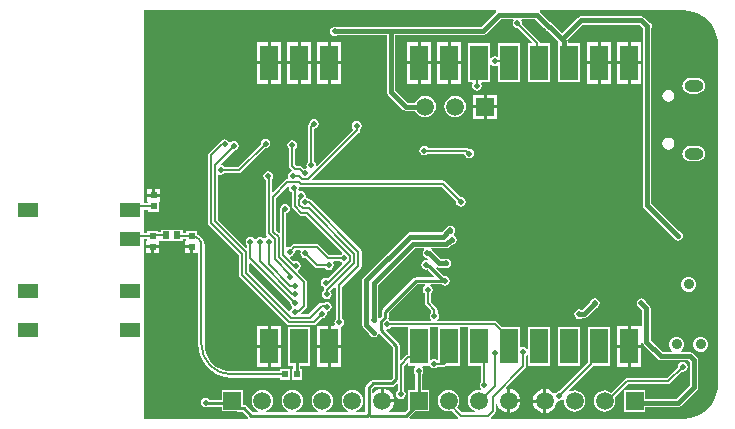
<source format=gbl>
G04*
G04 #@! TF.GenerationSoftware,Altium Limited,Altium Designer,19.0.12 (326)*
G04*
G04 Layer_Physical_Order=2*
G04 Layer_Color=16711680*
%FSAX25Y25*%
%MOIN*%
G70*
G01*
G75*
%ADD14C,0.01000*%
%ADD60C,0.00800*%
%ADD61C,0.01500*%
%ADD62R,0.05906X0.05906*%
%ADD63C,0.05906*%
%ADD64C,0.03543*%
%ADD65O,0.06299X0.03937*%
%ADD66C,0.01968*%
%ADD67R,0.01968X0.02362*%
%ADD68R,0.02441X0.02244*%
%ADD69R,0.02362X0.02520*%
%ADD70R,0.07087X0.05118*%
%ADD71R,0.05906X0.11811*%
G36*
X0507344Y0420014D02*
X0507344Y0420014D01*
X0507344Y0420014D01*
X0509065Y0419878D01*
X0510834Y0419454D01*
X0512515Y0418758D01*
X0514066Y0417807D01*
X0515449Y0416626D01*
X0516630Y0415243D01*
X0517581Y0413692D01*
X0518277Y0412011D01*
X0518701Y0410243D01*
X0518837Y0408521D01*
X0518837Y0408521D01*
X0518837D01*
X0518841Y0408517D01*
X0518841Y0295349D01*
X0518837Y0295345D01*
X0518837Y0295345D01*
X0518837Y0295345D01*
X0518701Y0293624D01*
X0518277Y0291855D01*
X0517581Y0290174D01*
X0516630Y0288623D01*
X0515449Y0287240D01*
X0514066Y0286059D01*
X0512515Y0285108D01*
X0510834Y0284412D01*
X0509065Y0283988D01*
X0507344Y0283852D01*
X0507344Y0283852D01*
Y0283852D01*
X0507340Y0283848D01*
X0443223D01*
X0443042Y0284348D01*
X0444390Y0285696D01*
X0444611Y0286027D01*
X0444689Y0286417D01*
Y0288710D01*
X0445153Y0288830D01*
X0445551Y0287869D01*
X0446185Y0287043D01*
X0447011Y0286409D01*
X0447972Y0286011D01*
X0448504Y0285941D01*
Y0289862D01*
Y0293783D01*
X0448340Y0293762D01*
X0448106Y0294235D01*
X0454528Y0300657D01*
X0454749Y0300988D01*
X0454827Y0301378D01*
Y0304913D01*
X0455114Y0305165D01*
X0455601Y0304995D01*
Y0301467D01*
X0462707D01*
Y0314478D01*
X0455601D01*
Y0307268D01*
X0455101Y0307116D01*
X0454949Y0307343D01*
X0454425Y0307693D01*
X0453807Y0307816D01*
X0453206Y0307697D01*
X0453117Y0307686D01*
X0452706Y0307955D01*
Y0314478D01*
X0446873D01*
X0445276Y0316075D01*
X0444945Y0316296D01*
X0444555Y0316374D01*
X0425432D01*
X0425281Y0316874D01*
X0425422Y0316968D01*
X0425772Y0317492D01*
X0425895Y0318110D01*
X0425772Y0318728D01*
X0425422Y0319252D01*
X0425299Y0319334D01*
Y0320079D01*
X0425221Y0320469D01*
X0425000Y0320800D01*
X0423035Y0322765D01*
Y0325646D01*
X0423158Y0325728D01*
X0423508Y0326252D01*
X0423631Y0326870D01*
X0423508Y0327488D01*
X0423158Y0328012D01*
X0422875Y0328201D01*
X0423027Y0328701D01*
X0426568D01*
X0426582Y0328681D01*
X0427106Y0328330D01*
X0427724Y0328207D01*
X0428342Y0328330D01*
X0428867Y0328681D01*
X0429217Y0329205D01*
X0429340Y0329823D01*
X0429217Y0330441D01*
X0428867Y0330965D01*
X0428342Y0331315D01*
X0427724Y0331438D01*
X0427454Y0331384D01*
X0424783Y0334055D01*
X0425102Y0334443D01*
X0425229Y0334358D01*
X0425756Y0334254D01*
X0427425D01*
X0427598Y0334138D01*
X0428217Y0334015D01*
X0428835Y0334138D01*
X0429359Y0334488D01*
X0429709Y0335012D01*
X0429832Y0335630D01*
X0429709Y0336248D01*
X0429359Y0336772D01*
X0428835Y0337122D01*
X0428217Y0337245D01*
X0427598Y0337122D01*
X0427425Y0337006D01*
X0426326D01*
X0423383Y0339950D01*
X0423362Y0339963D01*
X0423229Y0340642D01*
X0423283Y0340722D01*
X0428257D01*
X0428783Y0340827D01*
X0429230Y0341125D01*
X0430029Y0341925D01*
X0430087Y0341914D01*
X0430705Y0342036D01*
X0431229Y0342387D01*
X0431579Y0342911D01*
X0431702Y0343529D01*
X0431579Y0344147D01*
X0431229Y0344671D01*
X0430705Y0345021D01*
X0430638Y0345544D01*
X0430737Y0345610D01*
X0431087Y0346134D01*
X0431210Y0346752D01*
X0431087Y0347370D01*
X0430737Y0347894D01*
X0430213Y0348244D01*
X0429595Y0348367D01*
X0428976Y0348244D01*
X0428452Y0347894D01*
X0428215Y0347539D01*
X0426651Y0345975D01*
X0416024D01*
X0415497Y0345870D01*
X0415050Y0345572D01*
X0400629Y0331151D01*
X0400331Y0330704D01*
X0400226Y0330177D01*
Y0315098D01*
X0400331Y0314572D01*
X0400629Y0314125D01*
X0402569Y0312185D01*
X0402610Y0311980D01*
X0402960Y0311456D01*
X0403484Y0311106D01*
X0404102Y0310983D01*
X0404720Y0311106D01*
X0405244Y0311456D01*
X0405581Y0311959D01*
X0405640Y0312025D01*
X0406113Y0312134D01*
X0410437Y0307809D01*
Y0297555D01*
X0409642Y0296759D01*
X0403775D01*
X0403775Y0296759D01*
X0403346Y0296673D01*
X0402982Y0296430D01*
X0402982Y0296430D01*
X0401538Y0294986D01*
X0401295Y0294622D01*
X0401209Y0294193D01*
X0401209Y0294193D01*
Y0286063D01*
X0398334D01*
X0398235Y0286562D01*
X0398709Y0286759D01*
X0399451Y0287328D01*
X0400021Y0288071D01*
X0400379Y0288935D01*
X0400501Y0289862D01*
X0400379Y0290790D01*
X0400021Y0291654D01*
X0399451Y0292396D01*
X0398709Y0292966D01*
X0397845Y0293323D01*
X0396917Y0293446D01*
X0395990Y0293323D01*
X0395126Y0292966D01*
X0394384Y0292396D01*
X0393814Y0291654D01*
X0393456Y0290790D01*
X0393334Y0289862D01*
X0393456Y0288935D01*
X0393814Y0288071D01*
X0394384Y0287328D01*
X0395126Y0286759D01*
X0395600Y0286562D01*
X0395500Y0286063D01*
X0388334D01*
X0388235Y0286562D01*
X0388709Y0286759D01*
X0389451Y0287328D01*
X0390021Y0288071D01*
X0390379Y0288935D01*
X0390501Y0289862D01*
X0390379Y0290790D01*
X0390021Y0291654D01*
X0389451Y0292396D01*
X0388709Y0292966D01*
X0387845Y0293323D01*
X0386917Y0293446D01*
X0385990Y0293323D01*
X0385126Y0292966D01*
X0384383Y0292396D01*
X0383814Y0291654D01*
X0383456Y0290790D01*
X0383334Y0289862D01*
X0383456Y0288935D01*
X0383814Y0288071D01*
X0384383Y0287328D01*
X0385126Y0286759D01*
X0385600Y0286562D01*
X0385500Y0286063D01*
X0378334D01*
X0378235Y0286562D01*
X0378709Y0286759D01*
X0379451Y0287328D01*
X0380021Y0288071D01*
X0380379Y0288935D01*
X0380501Y0289862D01*
X0380379Y0290790D01*
X0380021Y0291654D01*
X0379451Y0292396D01*
X0378709Y0292966D01*
X0377845Y0293323D01*
X0376917Y0293446D01*
X0375990Y0293323D01*
X0375126Y0292966D01*
X0374383Y0292396D01*
X0373814Y0291654D01*
X0373456Y0290790D01*
X0373334Y0289862D01*
X0373456Y0288935D01*
X0373814Y0288071D01*
X0374383Y0287328D01*
X0375126Y0286759D01*
X0375600Y0286562D01*
X0375500Y0286063D01*
X0368334D01*
X0368235Y0286562D01*
X0368709Y0286759D01*
X0369451Y0287328D01*
X0370021Y0288071D01*
X0370379Y0288935D01*
X0370501Y0289862D01*
X0370379Y0290790D01*
X0370021Y0291654D01*
X0369451Y0292396D01*
X0368709Y0292966D01*
X0367845Y0293323D01*
X0366917Y0293446D01*
X0365990Y0293323D01*
X0365126Y0292966D01*
X0364383Y0292396D01*
X0363814Y0291654D01*
X0363456Y0290790D01*
X0363334Y0289862D01*
X0363456Y0288935D01*
X0363814Y0288071D01*
X0364383Y0287328D01*
X0365126Y0286759D01*
X0365600Y0286562D01*
X0365500Y0286063D01*
X0363720D01*
X0361660Y0288123D01*
X0361296Y0288366D01*
X0360867Y0288452D01*
X0360470Y0288742D01*
Y0293415D01*
X0353364D01*
Y0290122D01*
X0349338D01*
X0349142Y0290414D01*
X0348618Y0290764D01*
X0348000Y0290887D01*
X0347382Y0290764D01*
X0346858Y0290414D01*
X0346508Y0289890D01*
X0346385Y0289272D01*
X0346508Y0288653D01*
X0346858Y0288129D01*
X0347382Y0287779D01*
X0348000Y0287656D01*
X0348618Y0287779D01*
X0348766Y0287878D01*
X0353364D01*
Y0286310D01*
X0358217D01*
X0358241Y0286294D01*
X0358670Y0286208D01*
X0360402D01*
X0362263Y0284348D01*
X0362056Y0283848D01*
X0327429D01*
Y0343791D01*
X0328475D01*
Y0343232D01*
X0328075D01*
Y0341610D01*
X0332516D01*
Y0343097D01*
X0333014Y0343101D01*
Y0343101D01*
X0336294D01*
X0336576Y0343101D01*
X0337076Y0343101D01*
X0340356D01*
Y0343791D01*
X0341475D01*
Y0343232D01*
X0341075D01*
Y0341610D01*
X0343295D01*
Y0341110D01*
X0343795D01*
Y0338988D01*
X0345516D01*
X0345602Y0338524D01*
Y0308622D01*
X0345588D01*
X0345724Y0306896D01*
X0346128Y0305212D01*
X0346791Y0303613D01*
X0347695Y0302136D01*
X0348820Y0300820D01*
X0350136Y0299695D01*
X0351613Y0298791D01*
X0353212Y0298128D01*
X0354896Y0297724D01*
X0356622Y0297588D01*
Y0297603D01*
X0372892D01*
Y0296841D01*
X0376061D01*
Y0300403D01*
X0372892D01*
Y0299642D01*
X0356622D01*
X0356579Y0299633D01*
X0354868Y0299801D01*
X0353181Y0300313D01*
X0351626Y0301144D01*
X0350263Y0302263D01*
X0349144Y0303626D01*
X0348313Y0305181D01*
X0347801Y0306868D01*
X0347633Y0308579D01*
X0347642Y0308622D01*
Y0341484D01*
X0347659D01*
X0347511Y0342614D01*
X0347075Y0343666D01*
X0346381Y0344570D01*
X0345477Y0345264D01*
X0345116Y0345413D01*
Y0346533D01*
X0341475D01*
Y0345831D01*
X0340356D01*
Y0346820D01*
X0337076D01*
X0336794Y0346820D01*
X0336294Y0346820D01*
X0333014D01*
Y0345980D01*
X0332116D01*
Y0346533D01*
X0328475D01*
Y0345831D01*
X0327429D01*
Y0353591D01*
X0328825D01*
Y0352888D01*
X0332466D01*
Y0356189D01*
X0332866D01*
Y0357811D01*
X0330646D01*
X0328425D01*
Y0356189D01*
X0328825D01*
Y0355630D01*
X0327429D01*
Y0420018D01*
X0444771Y0420018D01*
X0444923Y0419518D01*
X0444861Y0419477D01*
X0444861Y0419477D01*
X0439753Y0414369D01*
X0391902D01*
X0391728Y0414485D01*
X0391110Y0414607D01*
X0390492Y0414485D01*
X0389968Y0414134D01*
X0389618Y0413610D01*
X0389495Y0412992D01*
X0389618Y0412374D01*
X0389968Y0411850D01*
X0390492Y0411500D01*
X0391110Y0411377D01*
X0391728Y0411500D01*
X0391902Y0411616D01*
X0408435D01*
Y0392913D01*
X0408539Y0392387D01*
X0408838Y0391940D01*
X0413857Y0386920D01*
X0413857Y0386920D01*
X0414304Y0386622D01*
X0414831Y0386517D01*
X0417894D01*
X0418066Y0386102D01*
X0418635Y0385360D01*
X0419378Y0384790D01*
X0420242Y0384432D01*
X0421169Y0384310D01*
X0422097Y0384432D01*
X0422961Y0384790D01*
X0423703Y0385360D01*
X0424273Y0386102D01*
X0424631Y0386966D01*
X0424753Y0387894D01*
X0424631Y0388821D01*
X0424273Y0389685D01*
X0423703Y0390428D01*
X0422961Y0390997D01*
X0422097Y0391355D01*
X0421169Y0391477D01*
X0420242Y0391355D01*
X0419378Y0390997D01*
X0418635Y0390428D01*
X0418066Y0389685D01*
X0417894Y0389270D01*
X0415401D01*
X0411188Y0393483D01*
Y0411616D01*
X0440323D01*
X0440850Y0411721D01*
X0441296Y0412019D01*
X0446405Y0417128D01*
X0450466D01*
X0450685Y0416628D01*
X0450445Y0416268D01*
X0450322Y0415650D01*
X0450445Y0415031D01*
X0450795Y0414507D01*
X0451319Y0414157D01*
X0451937Y0414034D01*
X0452082Y0414063D01*
X0456717Y0409428D01*
X0456525Y0408966D01*
X0455601D01*
Y0395955D01*
X0462707D01*
Y0408966D01*
X0459509D01*
Y0409097D01*
X0459431Y0409488D01*
X0459210Y0409819D01*
X0453523Y0415505D01*
X0453552Y0415650D01*
X0453429Y0416268D01*
X0453189Y0416628D01*
X0453408Y0417128D01*
X0457961D01*
X0460948Y0414141D01*
X0460985Y0413955D01*
X0461335Y0413431D01*
X0461859Y0413081D01*
X0462045Y0413044D01*
X0465623Y0409466D01*
X0465601Y0408966D01*
X0465601Y0408966D01*
X0465601Y0408966D01*
Y0395955D01*
X0472707D01*
Y0408966D01*
X0468721D01*
Y0409691D01*
X0468721Y0409691D01*
X0468616Y0410218D01*
X0468582Y0410269D01*
X0473570Y0415257D01*
X0492705D01*
X0493613Y0414350D01*
X0493653Y0414146D01*
X0493769Y0413972D01*
Y0355118D01*
X0493874Y0354591D01*
X0494172Y0354145D01*
X0503947Y0344370D01*
X0503988Y0344165D01*
X0504338Y0343641D01*
X0504862Y0343291D01*
X0505480Y0343168D01*
X0506098Y0343291D01*
X0506623Y0343641D01*
X0506973Y0344165D01*
X0507096Y0344783D01*
X0506973Y0345402D01*
X0506623Y0345926D01*
X0506098Y0346276D01*
X0505894Y0346317D01*
X0496522Y0355688D01*
Y0413972D01*
X0496638Y0414146D01*
X0496761Y0414764D01*
X0496638Y0415382D01*
X0496288Y0415906D01*
X0495764Y0416256D01*
X0495559Y0416297D01*
X0494249Y0417607D01*
X0493802Y0417906D01*
X0493276Y0418010D01*
X0473000D01*
X0473000Y0418010D01*
X0472473Y0417906D01*
X0472027Y0417607D01*
X0466701Y0412281D01*
X0464014Y0414968D01*
X0463970Y0415192D01*
X0463619Y0415716D01*
X0463095Y0416066D01*
X0462872Y0416110D01*
X0459505Y0419477D01*
X0459444Y0419518D01*
X0459595Y0420018D01*
X0507340D01*
X0507344Y0420014D01*
D02*
G37*
G36*
X0420930Y0340222D02*
X0420775Y0340119D01*
X0420425Y0339595D01*
X0420302Y0338976D01*
X0420425Y0338358D01*
X0420775Y0337834D01*
X0421299Y0337484D01*
X0421917Y0337361D01*
X0422090Y0337044D01*
X0421632Y0336732D01*
X0421524Y0336753D01*
X0420905Y0336630D01*
X0420381Y0336280D01*
X0420031Y0335756D01*
X0419908Y0335138D01*
X0420031Y0334520D01*
X0420381Y0333996D01*
X0420905Y0333646D01*
X0421524Y0333523D01*
X0421967Y0333611D01*
X0422077Y0333589D01*
X0424260Y0331406D01*
X0424068Y0330944D01*
X0418079D01*
X0418079Y0330944D01*
X0417650Y0330859D01*
X0417286Y0330616D01*
X0417286Y0330616D01*
X0407049Y0320380D01*
X0406806Y0320016D01*
X0406721Y0319587D01*
X0406721Y0319587D01*
Y0318176D01*
X0406021Y0317476D01*
X0405906Y0317465D01*
X0405479Y0317656D01*
Y0328572D01*
X0417629Y0340722D01*
X0420778D01*
X0420930Y0340222D01*
D02*
G37*
G36*
X0421157Y0328201D02*
X0420874Y0328012D01*
X0420523Y0327488D01*
X0420400Y0326870D01*
X0420523Y0326252D01*
X0420874Y0325728D01*
X0420996Y0325646D01*
Y0322342D01*
X0421074Y0321952D01*
X0421295Y0321622D01*
X0423136Y0319781D01*
X0423137Y0319252D01*
X0422787Y0318728D01*
X0422664Y0318110D01*
X0422787Y0317492D01*
X0423137Y0316968D01*
X0423278Y0316874D01*
X0423127Y0316374D01*
X0409657D01*
X0409575Y0316496D01*
X0409051Y0316847D01*
X0408899Y0317387D01*
X0408964Y0317711D01*
X0408964Y0317711D01*
Y0319122D01*
X0418543Y0328701D01*
X0421005D01*
X0421157Y0328201D01*
D02*
G37*
G36*
X0415601Y0305308D02*
X0415470D01*
X0415079Y0305230D01*
X0414749Y0305009D01*
X0413142Y0303403D01*
X0412681Y0303594D01*
Y0308274D01*
X0412681Y0308274D01*
X0412595Y0308703D01*
X0412352Y0309067D01*
X0412352Y0309067D01*
X0408130Y0313290D01*
X0408376Y0313750D01*
X0408433Y0313739D01*
X0409051Y0313862D01*
X0409575Y0314212D01*
X0409657Y0314335D01*
X0415601D01*
Y0305308D01*
D02*
G37*
G36*
X0425601Y0303670D02*
X0425519Y0303603D01*
X0425101Y0303448D01*
X0424701Y0303715D01*
X0424083Y0303838D01*
X0423464Y0303715D01*
X0423207Y0303543D01*
X0422707Y0303810D01*
Y0314335D01*
X0425601D01*
Y0303670D01*
D02*
G37*
G36*
X0435601Y0301467D02*
X0439894D01*
Y0296303D01*
X0439771Y0296221D01*
X0439421Y0295697D01*
X0439298Y0295079D01*
X0439421Y0294461D01*
X0439771Y0293937D01*
X0439934Y0293827D01*
X0439754Y0293347D01*
X0439004Y0293446D01*
X0438076Y0293323D01*
X0437212Y0292966D01*
X0436470Y0292396D01*
X0435901Y0291654D01*
X0435543Y0290790D01*
X0435421Y0289862D01*
X0435543Y0288935D01*
X0435901Y0288071D01*
X0436470Y0287328D01*
X0437212Y0286759D01*
X0437932Y0286460D01*
X0437833Y0285961D01*
X0433481D01*
X0431788Y0287654D01*
X0432107Y0288071D01*
X0432465Y0288935D01*
X0432587Y0289862D01*
X0432465Y0290790D01*
X0432107Y0291654D01*
X0431538Y0292396D01*
X0430796Y0292966D01*
X0429931Y0293323D01*
X0429004Y0293446D01*
X0428077Y0293323D01*
X0427212Y0292966D01*
X0426470Y0292396D01*
X0425901Y0291654D01*
X0425543Y0290790D01*
X0425421Y0289862D01*
X0425543Y0288935D01*
X0425901Y0288071D01*
X0426470Y0287328D01*
X0427212Y0286759D01*
X0428077Y0286401D01*
X0429004Y0286279D01*
X0429931Y0286401D01*
X0430091Y0286467D01*
X0432210Y0284348D01*
X0432029Y0283848D01*
X0416141D01*
X0415934Y0284348D01*
X0417896Y0286310D01*
X0422557D01*
Y0293415D01*
X0420121D01*
Y0298707D01*
X0420142Y0298721D01*
X0420492Y0299245D01*
X0420615Y0299863D01*
X0420492Y0300481D01*
X0420168Y0300967D01*
X0420212Y0301159D01*
X0420351Y0301467D01*
X0422683D01*
X0422940Y0301081D01*
X0423464Y0300731D01*
X0424083Y0300608D01*
X0424701Y0300731D01*
X0425225Y0301081D01*
X0425307Y0301203D01*
X0427388D01*
X0427779Y0301281D01*
X0428057Y0301467D01*
X0432706D01*
Y0314335D01*
X0435601D01*
Y0301467D01*
D02*
G37*
G36*
X0415601Y0302325D02*
Y0301467D01*
X0417649D01*
X0417788Y0301159D01*
X0417832Y0300967D01*
X0417508Y0300481D01*
X0417385Y0299863D01*
X0417508Y0299245D01*
X0417858Y0298721D01*
X0417878Y0298707D01*
Y0293415D01*
X0415451D01*
Y0287037D01*
X0414476Y0286063D01*
X0409280D01*
X0409110Y0286562D01*
X0409736Y0287043D01*
X0410370Y0287869D01*
X0410768Y0288830D01*
X0410838Y0289362D01*
X0406917D01*
Y0289862D01*
X0406417D01*
Y0293783D01*
X0405885Y0293713D01*
X0404924Y0293315D01*
X0404098Y0292681D01*
X0403952Y0292491D01*
X0403452Y0292661D01*
Y0293728D01*
X0404240Y0294516D01*
X0410106D01*
X0410106Y0294516D01*
X0410535Y0294601D01*
X0410899Y0294844D01*
X0411578Y0295522D01*
X0412040Y0295331D01*
Y0293252D01*
X0411917Y0293170D01*
X0411567Y0292646D01*
X0411444Y0292028D01*
X0411567Y0291409D01*
X0411917Y0290885D01*
X0412441Y0290535D01*
X0413059Y0290412D01*
X0413677Y0290535D01*
X0414201Y0290885D01*
X0414551Y0291409D01*
X0414674Y0292028D01*
X0414551Y0292646D01*
X0414201Y0293170D01*
X0414079Y0293252D01*
Y0301455D01*
X0415139Y0302516D01*
X0415601Y0302325D01*
D02*
G37*
%LPC*%
G36*
X0452706Y0408966D02*
X0445601D01*
Y0404776D01*
X0445101Y0404509D01*
X0444976Y0404592D01*
X0444358Y0404715D01*
X0443740Y0404592D01*
X0443216Y0404242D01*
X0443207Y0404227D01*
X0442706Y0404379D01*
Y0408966D01*
X0435601D01*
Y0395955D01*
X0436729D01*
X0436996Y0395455D01*
X0436960Y0395402D01*
X0436837Y0394783D01*
X0436960Y0394165D01*
X0437311Y0393641D01*
X0437835Y0393291D01*
X0438453Y0393168D01*
X0439071Y0393291D01*
X0439595Y0393641D01*
X0439945Y0394165D01*
X0440068Y0394783D01*
X0439945Y0395402D01*
X0439909Y0395455D01*
X0440177Y0395955D01*
X0442706D01*
Y0401820D01*
X0443207Y0401972D01*
X0443216Y0401958D01*
X0443740Y0401607D01*
X0444358Y0401484D01*
X0444976Y0401607D01*
X0445101Y0401691D01*
X0445601Y0401423D01*
Y0395955D01*
X0452706D01*
Y0408966D01*
D02*
G37*
G36*
X0493107Y0409366D02*
X0489654D01*
Y0402961D01*
X0493107D01*
Y0409366D01*
D02*
G37*
G36*
X0483107D02*
X0479654D01*
Y0402961D01*
X0483107D01*
Y0409366D01*
D02*
G37*
G36*
X0433107D02*
X0429654D01*
Y0402961D01*
X0433107D01*
Y0409366D01*
D02*
G37*
G36*
X0423106D02*
X0419654D01*
Y0402961D01*
X0423106D01*
Y0409366D01*
D02*
G37*
G36*
X0393107D02*
X0389654D01*
Y0402961D01*
X0393107D01*
Y0409366D01*
D02*
G37*
G36*
X0383106D02*
X0379654D01*
Y0402961D01*
X0383106D01*
Y0409366D01*
D02*
G37*
G36*
X0373107D02*
X0369654D01*
Y0402961D01*
X0373107D01*
Y0409366D01*
D02*
G37*
G36*
X0488654D02*
X0485201D01*
Y0402961D01*
X0488654D01*
Y0409366D01*
D02*
G37*
G36*
X0478654D02*
X0475201D01*
Y0402961D01*
X0478654D01*
Y0409366D01*
D02*
G37*
G36*
X0428654D02*
X0425201D01*
Y0402961D01*
X0428654D01*
Y0409366D01*
D02*
G37*
G36*
X0418654D02*
X0415201D01*
Y0402961D01*
X0418654D01*
Y0409366D01*
D02*
G37*
G36*
X0388654D02*
X0385201D01*
Y0402961D01*
X0388654D01*
Y0409366D01*
D02*
G37*
G36*
X0378654D02*
X0375201D01*
Y0402961D01*
X0378654D01*
Y0409366D01*
D02*
G37*
G36*
X0368654D02*
X0365201D01*
Y0402961D01*
X0368654D01*
Y0409366D01*
D02*
G37*
G36*
X0493107Y0401961D02*
X0489654D01*
Y0395555D01*
X0493107D01*
Y0401961D01*
D02*
G37*
G36*
X0488654D02*
X0485201D01*
Y0395555D01*
X0488654D01*
Y0401961D01*
D02*
G37*
G36*
X0483107D02*
X0479654D01*
Y0395555D01*
X0483107D01*
Y0401961D01*
D02*
G37*
G36*
X0478654D02*
X0475201D01*
Y0395555D01*
X0478654D01*
Y0401961D01*
D02*
G37*
G36*
X0433107D02*
X0429654D01*
Y0395555D01*
X0433107D01*
Y0401961D01*
D02*
G37*
G36*
X0428654D02*
X0425201D01*
Y0395555D01*
X0428654D01*
Y0401961D01*
D02*
G37*
G36*
X0423106D02*
X0419654D01*
Y0395555D01*
X0423106D01*
Y0401961D01*
D02*
G37*
G36*
X0418654D02*
X0415201D01*
Y0395555D01*
X0418654D01*
Y0401961D01*
D02*
G37*
G36*
X0393107D02*
X0389654D01*
Y0395555D01*
X0393107D01*
Y0401961D01*
D02*
G37*
G36*
X0388654D02*
X0385201D01*
Y0395555D01*
X0388654D01*
Y0401961D01*
D02*
G37*
G36*
X0383106D02*
X0379654D01*
Y0395555D01*
X0383106D01*
Y0401961D01*
D02*
G37*
G36*
X0378654D02*
X0375201D01*
Y0395555D01*
X0378654D01*
Y0401961D01*
D02*
G37*
G36*
X0373107D02*
X0369654D01*
Y0395555D01*
X0373107D01*
Y0401961D01*
D02*
G37*
G36*
X0368654D02*
X0365201D01*
Y0395555D01*
X0368654D01*
Y0401961D01*
D02*
G37*
G36*
X0511892Y0397445D02*
X0509529D01*
X0508859Y0397357D01*
X0508234Y0397098D01*
X0507698Y0396686D01*
X0507286Y0396150D01*
X0507027Y0395525D01*
X0506939Y0394854D01*
X0507027Y0394184D01*
X0507286Y0393559D01*
X0507698Y0393022D01*
X0508234Y0392611D01*
X0508859Y0392352D01*
X0509529Y0392264D01*
X0511892D01*
X0512562Y0392352D01*
X0513187Y0392611D01*
X0513724Y0393022D01*
X0514135Y0393559D01*
X0514394Y0394184D01*
X0514482Y0394854D01*
X0514394Y0395525D01*
X0514135Y0396150D01*
X0513724Y0396686D01*
X0513187Y0397098D01*
X0512562Y0397357D01*
X0511892Y0397445D01*
D02*
G37*
G36*
X0502246Y0393513D02*
X0501474Y0393359D01*
X0500820Y0392922D01*
X0500383Y0392268D01*
X0500229Y0391496D01*
X0500383Y0390724D01*
X0500820Y0390070D01*
X0501474Y0389633D01*
X0502246Y0389479D01*
X0503018Y0389633D01*
X0503672Y0390070D01*
X0504109Y0390724D01*
X0504263Y0391496D01*
X0504109Y0392268D01*
X0503672Y0392922D01*
X0503018Y0393359D01*
X0502246Y0393513D01*
D02*
G37*
G36*
X0445122Y0391846D02*
X0441669D01*
Y0388394D01*
X0445122D01*
Y0391846D01*
D02*
G37*
G36*
X0440669D02*
X0437217D01*
Y0388394D01*
X0440669D01*
Y0391846D01*
D02*
G37*
G36*
X0431169Y0391477D02*
X0430242Y0391355D01*
X0429378Y0390997D01*
X0428635Y0390428D01*
X0428066Y0389685D01*
X0427708Y0388821D01*
X0427586Y0387894D01*
X0427708Y0386966D01*
X0428066Y0386102D01*
X0428635Y0385360D01*
X0429378Y0384790D01*
X0430242Y0384432D01*
X0431169Y0384310D01*
X0432097Y0384432D01*
X0432961Y0384790D01*
X0433703Y0385360D01*
X0434273Y0386102D01*
X0434631Y0386966D01*
X0434753Y0387894D01*
X0434631Y0388821D01*
X0434273Y0389685D01*
X0433703Y0390428D01*
X0432961Y0390997D01*
X0432097Y0391355D01*
X0431169Y0391477D01*
D02*
G37*
G36*
X0445122Y0387394D02*
X0441669D01*
Y0383941D01*
X0445122D01*
Y0387394D01*
D02*
G37*
G36*
X0440669D02*
X0437217D01*
Y0383941D01*
X0440669D01*
Y0387394D01*
D02*
G37*
G36*
X0502246Y0377568D02*
X0501474Y0377414D01*
X0500820Y0376977D01*
X0500383Y0376323D01*
X0500229Y0375551D01*
X0500383Y0374779D01*
X0500820Y0374125D01*
X0501474Y0373688D01*
X0502246Y0373534D01*
X0503018Y0373688D01*
X0503672Y0374125D01*
X0504109Y0374779D01*
X0504263Y0375551D01*
X0504109Y0376323D01*
X0503672Y0376977D01*
X0503018Y0377414D01*
X0502246Y0377568D01*
D02*
G37*
G36*
X0420835Y0374844D02*
X0420217Y0374721D01*
X0419693Y0374371D01*
X0419342Y0373847D01*
X0419219Y0373228D01*
X0419342Y0372610D01*
X0419693Y0372086D01*
X0420217Y0371736D01*
X0420835Y0371613D01*
X0421453Y0371736D01*
X0421977Y0372086D01*
X0422059Y0372209D01*
X0434285D01*
X0434401Y0371626D01*
X0434752Y0371102D01*
X0435276Y0370752D01*
X0435894Y0370629D01*
X0436512Y0370752D01*
X0437036Y0371102D01*
X0437386Y0371626D01*
X0437509Y0372244D01*
X0437386Y0372862D01*
X0437036Y0373386D01*
X0436512Y0373736D01*
X0435894Y0373859D01*
X0435692Y0373819D01*
X0435562Y0373949D01*
X0435231Y0374170D01*
X0434841Y0374248D01*
X0422059D01*
X0421977Y0374371D01*
X0421453Y0374721D01*
X0420835Y0374844D01*
D02*
G37*
G36*
X0511892Y0374807D02*
X0509529D01*
X0508859Y0374719D01*
X0508234Y0374460D01*
X0507698Y0374048D01*
X0507286Y0373512D01*
X0507027Y0372887D01*
X0506939Y0372217D01*
X0507027Y0371546D01*
X0507286Y0370921D01*
X0507698Y0370385D01*
X0508234Y0369973D01*
X0508859Y0369714D01*
X0509529Y0369626D01*
X0511892D01*
X0512562Y0369714D01*
X0513187Y0369973D01*
X0513724Y0370385D01*
X0514135Y0370921D01*
X0514394Y0371546D01*
X0514482Y0372217D01*
X0514394Y0372887D01*
X0514135Y0373512D01*
X0513724Y0374048D01*
X0513187Y0374460D01*
X0512562Y0374719D01*
X0511892Y0374807D01*
D02*
G37*
G36*
X0384122Y0383800D02*
X0383504Y0383677D01*
X0382980Y0383327D01*
X0382630Y0382803D01*
X0382507Y0382185D01*
X0382529Y0382072D01*
X0382438Y0381981D01*
X0382217Y0381650D01*
X0382139Y0381260D01*
Y0369531D01*
X0382017Y0369449D01*
X0381667Y0368925D01*
X0381544Y0368307D01*
X0381667Y0367689D01*
X0381692Y0367651D01*
X0381391Y0367201D01*
X0381071Y0367265D01*
X0380662Y0367184D01*
X0380121Y0367725D01*
X0379790Y0367947D01*
X0379400Y0368024D01*
X0378327D01*
X0377858Y0368493D01*
Y0373874D01*
X0377981Y0373956D01*
X0378331Y0374480D01*
X0378454Y0375098D01*
X0378331Y0375717D01*
X0377981Y0376241D01*
X0377457Y0376591D01*
X0376839Y0376714D01*
X0376220Y0376591D01*
X0375696Y0376241D01*
X0375346Y0375717D01*
X0375223Y0375098D01*
X0375346Y0374480D01*
X0375696Y0373956D01*
X0375819Y0373874D01*
Y0368071D01*
X0375897Y0367681D01*
X0376118Y0367350D01*
X0376652Y0366816D01*
X0376487Y0366273D01*
X0376422Y0366260D01*
X0375898Y0365910D01*
X0375548Y0365386D01*
X0375425Y0364768D01*
X0375531Y0364232D01*
X0375366Y0363905D01*
X0375232Y0363723D01*
X0374889Y0363655D01*
X0374559Y0363434D01*
X0370545Y0359419D01*
X0370083Y0359611D01*
Y0363731D01*
X0370363Y0364150D01*
X0370486Y0364768D01*
X0370363Y0365386D01*
X0370012Y0365910D01*
X0369488Y0366260D01*
X0368870Y0366383D01*
X0368252Y0366260D01*
X0367728Y0365910D01*
X0367378Y0365386D01*
X0367255Y0364768D01*
X0367378Y0364150D01*
X0367728Y0363626D01*
X0368043Y0363415D01*
Y0345621D01*
X0368121Y0345231D01*
X0368342Y0344900D01*
X0368362Y0344880D01*
X0368216Y0344319D01*
X0367844Y0344070D01*
X0367710Y0344003D01*
X0367364D01*
X0367231Y0344070D01*
X0366728Y0344406D01*
X0366110Y0344529D01*
X0365492Y0344406D01*
X0364968Y0344056D01*
X0364803Y0343809D01*
X0364202Y0343809D01*
X0364103Y0343957D01*
X0363579Y0344307D01*
X0362961Y0344430D01*
X0362343Y0344307D01*
X0361818Y0343957D01*
X0361468Y0343433D01*
X0361345Y0342815D01*
X0361468Y0342197D01*
X0361818Y0341673D01*
X0361941Y0341591D01*
Y0341020D01*
X0361479Y0340828D01*
X0352153Y0350154D01*
Y0365014D01*
X0352654Y0365308D01*
X0353118Y0365215D01*
X0353736Y0365338D01*
X0354260Y0365688D01*
X0354342Y0365811D01*
X0359220D01*
X0359611Y0365889D01*
X0359941Y0366110D01*
X0367836Y0374004D01*
X0367980Y0373975D01*
X0368598Y0374098D01*
X0369123Y0374448D01*
X0369473Y0374972D01*
X0369596Y0375591D01*
X0369473Y0376209D01*
X0369123Y0376733D01*
X0368598Y0377083D01*
X0367980Y0377206D01*
X0367362Y0377083D01*
X0366838Y0376733D01*
X0366488Y0376209D01*
X0366365Y0375591D01*
X0366394Y0375446D01*
X0358798Y0367850D01*
X0354342D01*
X0354260Y0367973D01*
X0353736Y0368323D01*
X0353220Y0368426D01*
X0353065Y0368721D01*
X0353023Y0368936D01*
X0357304Y0373217D01*
X0357449Y0373188D01*
X0358067Y0373311D01*
X0358591Y0373661D01*
X0358941Y0374185D01*
X0359064Y0374803D01*
X0358941Y0375421D01*
X0358591Y0375945D01*
X0358067Y0376295D01*
X0357449Y0376418D01*
X0356831Y0376295D01*
X0356307Y0375945D01*
X0355791Y0376012D01*
X0355441Y0376536D01*
X0354917Y0376886D01*
X0354299Y0377009D01*
X0353681Y0376886D01*
X0353157Y0376536D01*
X0352963Y0376245D01*
X0352767Y0376115D01*
X0349013Y0372360D01*
X0348792Y0372029D01*
X0348714Y0371639D01*
Y0349152D01*
X0348792Y0348762D01*
X0349013Y0348431D01*
X0359141Y0338303D01*
Y0331934D01*
X0359219Y0331544D01*
X0359440Y0331213D01*
X0375171Y0315481D01*
X0375502Y0315260D01*
X0375892Y0315183D01*
X0384084D01*
X0384474Y0315260D01*
X0384805Y0315481D01*
X0386635Y0317311D01*
X0386779Y0317282D01*
X0387398Y0317405D01*
X0387922Y0317756D01*
X0388272Y0318280D01*
X0388395Y0318898D01*
X0388340Y0319171D01*
X0388352Y0319552D01*
X0388703Y0319714D01*
X0388972Y0319767D01*
X0389496Y0320118D01*
X0389847Y0320642D01*
X0389970Y0321260D01*
X0389847Y0321878D01*
X0389496Y0322402D01*
X0388972Y0322752D01*
X0388354Y0322875D01*
X0387736Y0322752D01*
X0387471Y0322575D01*
X0386631D01*
X0386241Y0322497D01*
X0385910Y0322276D01*
X0382256Y0318622D01*
X0380061D01*
X0379916Y0318902D01*
X0379883Y0319122D01*
X0381595Y0320834D01*
X0381816Y0321165D01*
X0381894Y0321555D01*
Y0329288D01*
X0381816Y0329678D01*
X0381595Y0330009D01*
X0378725Y0332879D01*
X0378871Y0333440D01*
X0379265Y0333703D01*
X0379615Y0334227D01*
X0379738Y0334845D01*
X0379615Y0335463D01*
X0379265Y0335987D01*
X0378741Y0336337D01*
X0378123Y0336460D01*
X0377505Y0336337D01*
X0377369Y0336246D01*
X0376153Y0337462D01*
X0376318Y0338005D01*
X0376669Y0338075D01*
X0377193Y0338425D01*
X0377543Y0338949D01*
X0377666Y0339567D01*
X0377638Y0339711D01*
X0378017Y0340091D01*
X0379478D01*
X0379714Y0339650D01*
X0379677Y0339595D01*
X0379554Y0338976D01*
X0379677Y0338358D01*
X0380027Y0337834D01*
X0380551Y0337484D01*
X0381169Y0337361D01*
X0381314Y0337390D01*
X0384383Y0334321D01*
X0384714Y0334100D01*
X0385104Y0334022D01*
X0387824D01*
X0387906Y0333900D01*
X0388430Y0333550D01*
X0389049Y0333427D01*
X0389667Y0333550D01*
X0390191Y0333900D01*
X0390541Y0334424D01*
X0390664Y0335042D01*
X0390541Y0335660D01*
X0390392Y0335882D01*
X0390660Y0336382D01*
X0392937D01*
X0393019Y0336259D01*
X0393413Y0335996D01*
X0393559Y0335435D01*
X0388735Y0330611D01*
X0388711Y0330626D01*
X0388093Y0330749D01*
X0387475Y0330626D01*
X0386951Y0330276D01*
X0386601Y0329752D01*
X0386478Y0329134D01*
X0386601Y0328516D01*
X0386951Y0327992D01*
X0387364Y0327716D01*
X0387529Y0327335D01*
X0387566Y0327119D01*
X0387489Y0326729D01*
Y0326592D01*
X0387289Y0326459D01*
X0386939Y0325935D01*
X0386816Y0325317D01*
X0386939Y0324698D01*
X0387289Y0324174D01*
X0387813Y0323824D01*
X0388432Y0323701D01*
X0389050Y0323824D01*
X0389574Y0324174D01*
X0389924Y0324698D01*
X0390047Y0325317D01*
X0389924Y0325935D01*
X0389616Y0326395D01*
X0391007Y0327785D01*
X0391469Y0327594D01*
Y0317169D01*
X0391346Y0317087D01*
X0390996Y0316563D01*
X0390873Y0315945D01*
X0390986Y0315378D01*
X0390957Y0315236D01*
X0390765Y0314878D01*
X0389654D01*
Y0308472D01*
X0393107D01*
Y0314453D01*
X0393630Y0314803D01*
X0393981Y0315327D01*
X0394104Y0315945D01*
X0393981Y0316563D01*
X0393630Y0317087D01*
X0393508Y0317169D01*
Y0327924D01*
X0399667Y0334083D01*
X0399888Y0334414D01*
X0399965Y0334804D01*
Y0339605D01*
X0399888Y0339996D01*
X0399667Y0340326D01*
X0383265Y0356729D01*
X0382934Y0356949D01*
X0382544Y0357027D01*
X0382497D01*
X0382415Y0357150D01*
X0381891Y0357500D01*
X0381735Y0357531D01*
X0381288Y0357653D01*
X0381411Y0358271D01*
X0381288Y0358890D01*
X0380938Y0359414D01*
X0380414Y0359764D01*
X0379796Y0359887D01*
X0379309Y0359790D01*
X0379087Y0359973D01*
X0379004Y0360069D01*
X0378937Y0360187D01*
X0379044Y0360728D01*
X0379009Y0360906D01*
X0379080Y0361016D01*
X0379442Y0361291D01*
X0379669Y0361246D01*
X0426552D01*
X0431453Y0356345D01*
X0431424Y0356201D01*
X0431547Y0355583D01*
X0431897Y0355059D01*
X0432421Y0354709D01*
X0433039Y0354586D01*
X0433658Y0354709D01*
X0434181Y0355059D01*
X0434532Y0355583D01*
X0434655Y0356201D01*
X0434532Y0356819D01*
X0434181Y0357343D01*
X0433658Y0357693D01*
X0433039Y0357816D01*
X0432895Y0357787D01*
X0427696Y0362986D01*
X0427365Y0363207D01*
X0426975Y0363285D01*
X0383815D01*
X0383623Y0363747D01*
X0399115Y0379238D01*
X0399336Y0379569D01*
X0399413Y0379959D01*
Y0380272D01*
X0399536Y0380354D01*
X0399886Y0380878D01*
X0400009Y0381496D01*
X0399886Y0382114D01*
X0399536Y0382638D01*
X0399012Y0382988D01*
X0398394Y0383111D01*
X0397776Y0382988D01*
X0397252Y0382638D01*
X0396901Y0382114D01*
X0396778Y0381496D01*
X0396901Y0380878D01*
X0397252Y0380354D01*
X0397260Y0380267D01*
X0385254Y0368262D01*
X0385162Y0368270D01*
X0384744Y0368459D01*
X0384651Y0368925D01*
X0384301Y0369449D01*
X0384179Y0369531D01*
Y0380581D01*
X0384740Y0380693D01*
X0385264Y0381043D01*
X0385614Y0381567D01*
X0385737Y0382185D01*
X0385614Y0382803D01*
X0385264Y0383327D01*
X0384740Y0383677D01*
X0384122Y0383800D01*
D02*
G37*
G36*
X0332866Y0360433D02*
X0331146D01*
Y0358811D01*
X0332866D01*
Y0360433D01*
D02*
G37*
G36*
X0330146D02*
X0328425D01*
Y0358811D01*
X0330146D01*
Y0360433D01*
D02*
G37*
G36*
X0332516Y0340610D02*
X0330795D01*
Y0338988D01*
X0332516D01*
Y0340610D01*
D02*
G37*
G36*
X0329795D02*
X0328075D01*
Y0338988D01*
X0329795D01*
Y0340610D01*
D02*
G37*
G36*
X0342795D02*
X0341075D01*
Y0338988D01*
X0342795D01*
Y0340610D01*
D02*
G37*
G36*
X0509000Y0331191D02*
X0508332Y0331103D01*
X0507710Y0330845D01*
X0507175Y0330435D01*
X0506765Y0329901D01*
X0506507Y0329278D01*
X0506419Y0328610D01*
X0506507Y0327942D01*
X0506765Y0327320D01*
X0507175Y0326785D01*
X0507710Y0326375D01*
X0508332Y0326117D01*
X0509000Y0326029D01*
X0509668Y0326117D01*
X0510290Y0326375D01*
X0510825Y0326785D01*
X0511235Y0327320D01*
X0511493Y0327942D01*
X0511581Y0328610D01*
X0511493Y0329278D01*
X0511235Y0329901D01*
X0510825Y0330435D01*
X0510290Y0330845D01*
X0509668Y0331103D01*
X0509000Y0331191D01*
D02*
G37*
G36*
X0477724Y0323958D02*
X0477106Y0323835D01*
X0476582Y0323485D01*
X0476232Y0322961D01*
X0476191Y0322756D01*
X0473513Y0320077D01*
X0473299D01*
X0473126Y0320193D01*
X0472508Y0320316D01*
X0471890Y0320193D01*
X0471366Y0319843D01*
X0471016Y0319319D01*
X0470893Y0318701D01*
X0471016Y0318083D01*
X0471366Y0317559D01*
X0471890Y0317209D01*
X0472508Y0317086D01*
X0473126Y0317209D01*
X0473299Y0317324D01*
X0474083D01*
X0474609Y0317429D01*
X0475056Y0317727D01*
X0478138Y0320810D01*
X0478342Y0320850D01*
X0478867Y0321200D01*
X0479217Y0321724D01*
X0479340Y0322342D01*
X0479217Y0322961D01*
X0478867Y0323485D01*
X0478342Y0323835D01*
X0477724Y0323958D01*
D02*
G37*
G36*
X0373107Y0314878D02*
X0369654D01*
Y0308472D01*
X0373107D01*
Y0314878D01*
D02*
G37*
G36*
X0488654D02*
X0485201D01*
Y0308472D01*
X0488654D01*
Y0314878D01*
D02*
G37*
G36*
X0388654D02*
X0385201D01*
Y0308472D01*
X0388654D01*
Y0314878D01*
D02*
G37*
G36*
X0368654D02*
X0365201D01*
Y0308472D01*
X0368654D01*
Y0314878D01*
D02*
G37*
G36*
X0513000Y0311191D02*
X0512332Y0311103D01*
X0511710Y0310845D01*
X0511175Y0310435D01*
X0510765Y0309901D01*
X0510507Y0309278D01*
X0510419Y0308610D01*
X0510507Y0307942D01*
X0510765Y0307320D01*
X0511175Y0306785D01*
X0511710Y0306375D01*
X0512332Y0306117D01*
X0513000Y0306030D01*
X0513668Y0306117D01*
X0514290Y0306375D01*
X0514825Y0306785D01*
X0515235Y0307320D01*
X0515493Y0307942D01*
X0515581Y0308610D01*
X0515493Y0309278D01*
X0515235Y0309901D01*
X0514825Y0310435D01*
X0514290Y0310845D01*
X0513668Y0311103D01*
X0513000Y0311191D01*
D02*
G37*
G36*
X0472707Y0314478D02*
X0465601D01*
Y0301467D01*
X0472707D01*
Y0314478D01*
D02*
G37*
G36*
X0493107Y0307472D02*
X0489654D01*
Y0301067D01*
X0493107D01*
Y0307472D01*
D02*
G37*
G36*
X0488654D02*
X0485201D01*
Y0301067D01*
X0488654D01*
Y0307472D01*
D02*
G37*
G36*
X0393107D02*
X0389654D01*
Y0301067D01*
X0393107D01*
Y0307472D01*
D02*
G37*
G36*
X0388654D02*
X0385201D01*
Y0301067D01*
X0388654D01*
Y0307472D01*
D02*
G37*
G36*
X0373107D02*
X0369654D01*
Y0301067D01*
X0373107D01*
Y0307472D01*
D02*
G37*
G36*
X0368654D02*
X0365201D01*
Y0301067D01*
X0368654D01*
Y0307472D01*
D02*
G37*
G36*
X0507055Y0302796D02*
X0506437Y0302673D01*
X0505913Y0302323D01*
X0505563Y0301799D01*
X0505440Y0301181D01*
X0505469Y0301037D01*
X0501810Y0297378D01*
X0488358D01*
X0487968Y0297300D01*
X0487637Y0297079D01*
X0483164Y0292606D01*
X0482823Y0292867D01*
X0481959Y0293225D01*
X0481032Y0293347D01*
X0480104Y0293225D01*
X0479240Y0292867D01*
X0478498Y0292298D01*
X0477928Y0291556D01*
X0477570Y0290691D01*
X0477448Y0289764D01*
X0477570Y0288836D01*
X0477928Y0287972D01*
X0478498Y0287230D01*
X0479240Y0286661D01*
X0480104Y0286302D01*
X0481032Y0286180D01*
X0481959Y0286302D01*
X0482823Y0286661D01*
X0483565Y0287230D01*
X0484135Y0287972D01*
X0484493Y0288836D01*
X0484615Y0289764D01*
X0484493Y0290691D01*
X0484387Y0290946D01*
X0488781Y0295339D01*
X0502232D01*
X0502623Y0295416D01*
X0502953Y0295637D01*
X0506911Y0299595D01*
X0507055Y0299566D01*
X0507673Y0299689D01*
X0508197Y0300039D01*
X0508547Y0300563D01*
X0508670Y0301181D01*
X0508547Y0301799D01*
X0508197Y0302323D01*
X0507673Y0302673D01*
X0507055Y0302796D01*
D02*
G37*
G36*
X0382706Y0314478D02*
X0375601D01*
Y0301467D01*
X0377292D01*
Y0300403D01*
X0376829D01*
Y0296841D01*
X0379998D01*
Y0300403D01*
X0379535D01*
Y0301467D01*
X0382706D01*
Y0314478D01*
D02*
G37*
G36*
X0482706D02*
X0475601D01*
Y0305518D01*
X0475581Y0305420D01*
Y0302645D01*
X0465960Y0293023D01*
X0465815Y0293052D01*
X0465197Y0292929D01*
X0464673Y0292579D01*
X0464585Y0292447D01*
X0463970Y0292427D01*
X0463851Y0292583D01*
X0463025Y0293216D01*
X0462063Y0293615D01*
X0461531Y0293685D01*
Y0289764D01*
Y0285843D01*
X0462063Y0285913D01*
X0463025Y0286311D01*
X0463851Y0286945D01*
X0464484Y0287770D01*
X0464883Y0288732D01*
X0464986Y0289516D01*
X0464995Y0289535D01*
X0465424Y0289863D01*
X0465507Y0289883D01*
X0465815Y0289822D01*
X0466433Y0289945D01*
X0466957Y0290295D01*
X0467028Y0290400D01*
X0467508Y0290219D01*
X0467448Y0289764D01*
X0467570Y0288836D01*
X0467928Y0287972D01*
X0468498Y0287230D01*
X0469240Y0286661D01*
X0470104Y0286302D01*
X0471032Y0286180D01*
X0471959Y0286302D01*
X0472823Y0286661D01*
X0473565Y0287230D01*
X0474135Y0287972D01*
X0474493Y0288836D01*
X0474615Y0289764D01*
X0474493Y0290691D01*
X0474135Y0291556D01*
X0473565Y0292298D01*
X0472823Y0292867D01*
X0471959Y0293225D01*
X0471032Y0293347D01*
X0470104Y0293225D01*
X0469503Y0292976D01*
X0469220Y0293400D01*
X0477287Y0301467D01*
X0482706D01*
Y0314478D01*
D02*
G37*
G36*
X0493276Y0323958D02*
X0492657Y0323835D01*
X0492133Y0323485D01*
X0491783Y0322961D01*
X0491660Y0322342D01*
X0491783Y0321724D01*
X0492133Y0321200D01*
X0492657Y0320850D01*
X0492862Y0320810D01*
X0493572Y0320099D01*
Y0314960D01*
X0493107Y0314878D01*
X0493072Y0314878D01*
X0489654D01*
Y0308472D01*
X0493107D01*
Y0309326D01*
X0493607Y0309376D01*
X0493677Y0309020D01*
X0493975Y0308574D01*
X0498798Y0303751D01*
X0499245Y0303453D01*
X0499772Y0303348D01*
X0508749D01*
X0509320Y0302776D01*
Y0294862D01*
X0504835Y0290376D01*
X0494584D01*
Y0293317D01*
X0487479D01*
Y0286211D01*
X0494584D01*
Y0287624D01*
X0505406D01*
X0505932Y0287728D01*
X0506379Y0288027D01*
X0511670Y0293318D01*
X0511670Y0293318D01*
X0511969Y0293765D01*
X0512073Y0294291D01*
Y0303346D01*
X0512073Y0303346D01*
X0511969Y0303873D01*
X0511670Y0304320D01*
X0511670Y0304320D01*
X0510292Y0305698D01*
X0509846Y0305996D01*
X0509319Y0306101D01*
X0506754D01*
X0506584Y0306601D01*
X0506825Y0306785D01*
X0507235Y0307320D01*
X0507493Y0307942D01*
X0507581Y0308610D01*
X0507493Y0309278D01*
X0507235Y0309901D01*
X0506825Y0310435D01*
X0506290Y0310845D01*
X0505668Y0311103D01*
X0505000Y0311191D01*
X0504332Y0311103D01*
X0503710Y0310845D01*
X0503175Y0310435D01*
X0502765Y0309901D01*
X0502507Y0309278D01*
X0502419Y0308610D01*
X0502507Y0307942D01*
X0502765Y0307320D01*
X0503175Y0306785D01*
X0503416Y0306601D01*
X0503246Y0306101D01*
X0500342D01*
X0496325Y0310117D01*
Y0320669D01*
X0496220Y0321196D01*
X0495922Y0321643D01*
X0495922Y0321643D01*
X0494809Y0322756D01*
X0494768Y0322961D01*
X0494418Y0323485D01*
X0493894Y0323835D01*
X0493276Y0323958D01*
D02*
G37*
G36*
X0449504Y0293783D02*
Y0290362D01*
X0452925D01*
X0452855Y0290894D01*
X0452457Y0291856D01*
X0451823Y0292681D01*
X0450997Y0293315D01*
X0450036Y0293713D01*
X0449504Y0293783D01*
D02*
G37*
G36*
X0460532Y0293685D02*
X0460000Y0293615D01*
X0459038Y0293216D01*
X0458212Y0292583D01*
X0457579Y0291757D01*
X0457181Y0290796D01*
X0457111Y0290264D01*
X0460532D01*
Y0293685D01*
D02*
G37*
G36*
X0452925Y0289362D02*
X0449504D01*
Y0285941D01*
X0450036Y0286011D01*
X0450997Y0286409D01*
X0451823Y0287043D01*
X0452457Y0287869D01*
X0452855Y0288830D01*
X0452925Y0289362D01*
D02*
G37*
G36*
X0460532Y0289264D02*
X0457111D01*
X0457181Y0288732D01*
X0457579Y0287770D01*
X0458212Y0286945D01*
X0459038Y0286311D01*
X0460000Y0285913D01*
X0460532Y0285843D01*
Y0289264D01*
D02*
G37*
%LPD*%
G36*
X0375906Y0361190D02*
X0375814Y0360728D01*
X0375937Y0360110D01*
X0376287Y0359586D01*
X0376705Y0359307D01*
Y0354769D01*
X0376782Y0354379D01*
X0377003Y0354049D01*
X0379214Y0351838D01*
X0379545Y0351617D01*
X0379935Y0351539D01*
X0381388D01*
X0393559Y0339368D01*
X0393413Y0338807D01*
X0393019Y0338544D01*
X0392937Y0338421D01*
X0389170D01*
X0385760Y0341831D01*
X0385430Y0342052D01*
X0385039Y0342130D01*
X0377594D01*
X0377204Y0342052D01*
X0376873Y0341831D01*
X0376196Y0341154D01*
X0376051Y0341182D01*
X0375433Y0341059D01*
X0375307Y0340975D01*
X0374807Y0341242D01*
Y0352387D01*
X0375095Y0352445D01*
X0375619Y0352795D01*
X0375969Y0353319D01*
X0376092Y0353937D01*
X0375969Y0354555D01*
X0375619Y0355079D01*
X0375095Y0355429D01*
X0374476Y0355552D01*
X0373858Y0355429D01*
X0373334Y0355079D01*
X0372984Y0354555D01*
X0372861Y0353937D01*
X0372903Y0353725D01*
X0372845Y0353638D01*
X0372768Y0353248D01*
Y0345991D01*
X0372306Y0345800D01*
X0371483Y0346623D01*
Y0357474D01*
X0375445Y0361436D01*
X0375906Y0361190D01*
D02*
G37*
G36*
X0376236Y0322586D02*
X0376207Y0322441D01*
X0376330Y0321823D01*
X0376666Y0321321D01*
X0376733Y0321187D01*
Y0320841D01*
X0376666Y0320707D01*
X0376330Y0320205D01*
X0376279Y0319945D01*
X0375736Y0319780D01*
X0362580Y0332936D01*
Y0335588D01*
X0363042Y0335780D01*
X0376236Y0322586D01*
D02*
G37*
%LPC*%
G36*
X0407417Y0293783D02*
Y0290362D01*
X0410838D01*
X0410768Y0290894D01*
X0410370Y0291856D01*
X0409736Y0292681D01*
X0408911Y0293315D01*
X0407949Y0293713D01*
X0407417Y0293783D01*
D02*
G37*
%LPD*%
D14*
X0406349Y0313484D02*
Y0316218D01*
Y0313484D02*
X0411559Y0308274D01*
Y0297090D02*
Y0308274D01*
X0410106Y0295637D02*
X0411559Y0297090D01*
X0403775Y0295637D02*
X0410106D01*
X0402331Y0294193D02*
X0403775Y0295637D01*
X0378413Y0307232D02*
X0379154Y0307972D01*
X0378413Y0298622D02*
Y0307232D01*
X0402916Y0284941D02*
X0414941D01*
X0402331Y0285527D02*
X0402916Y0284941D01*
X0401745D02*
X0402331Y0285527D01*
X0363256Y0284941D02*
X0401745D01*
X0348000Y0289272D02*
X0348272Y0289000D01*
X0357000D01*
X0360867Y0287330D02*
X0363256Y0284941D01*
X0358670Y0287330D02*
X0360867D01*
X0357000Y0289000D02*
X0358670Y0287330D01*
X0422576Y0334677D02*
X0427429Y0329823D01*
X0427724D01*
X0418079D02*
X0427429D01*
X0407842Y0319587D02*
X0418079Y0329823D01*
X0407842Y0317711D02*
Y0319587D01*
X0406349Y0316218D02*
X0407842Y0317711D01*
X0402331Y0285527D02*
Y0294193D01*
X0414941Y0284941D02*
X0419000Y0289000D01*
Y0299863D01*
X0422247Y0334677D02*
X0422576D01*
X0421786Y0335138D02*
X0422247Y0334677D01*
X0421524Y0335138D02*
X0421786D01*
D60*
X0346622Y0341484D02*
G03*
X0343295Y0344811I-0003327J0000000D01*
G01*
X0346622Y0308622D02*
G03*
X0356622Y0298622I0010000J0000000D01*
G01*
X0323969Y0354610D02*
G03*
X0322705Y0353346I0000000J-0001264D01*
G01*
X0323618Y0344811D02*
G03*
X0322705Y0343898I0000000J-0000913D01*
G01*
X0330445Y0344961D02*
G03*
X0330295Y0344811I0000000J-0000150D01*
G01*
X0453807Y0301378D02*
Y0306201D01*
X0443669Y0291240D02*
X0453807Y0301378D01*
X0443669Y0286417D02*
Y0291240D01*
X0448515Y0403100D02*
X0449154Y0402461D01*
X0444358Y0403100D02*
X0448515D01*
X0338724Y0344811D02*
X0343295D01*
X0338575Y0344961D02*
X0338724Y0344811D01*
X0346622Y0308622D02*
Y0341484D01*
X0356622Y0298622D02*
X0374476D01*
X0420835Y0373228D02*
X0434841D01*
X0435825Y0372244D02*
X0435894D01*
X0434841Y0373228D02*
X0435825Y0372244D01*
X0427388Y0302223D02*
X0431146Y0305980D01*
X0380249Y0363665D02*
X0382100D01*
X0375279Y0362713D02*
X0379222D01*
X0370463Y0357896D02*
X0375279Y0362713D01*
X0379222D02*
X0379669Y0362265D01*
X0442193Y0284941D02*
X0443669Y0286417D01*
X0433059Y0284941D02*
X0442193D01*
X0429000Y0289000D02*
X0433059Y0284941D01*
X0388093Y0329134D02*
X0388700D01*
X0379935Y0352559D02*
X0381810D01*
X0377724Y0354769D02*
X0379935Y0352559D01*
X0380451Y0354023D02*
X0382326D01*
X0397546Y0338803D01*
X0379288Y0355186D02*
X0380451Y0354023D01*
X0379288Y0355186D02*
Y0356829D01*
X0398946Y0334804D02*
Y0339605D01*
X0382544Y0356008D02*
X0398946Y0339605D01*
X0381273Y0356008D02*
X0382544D01*
X0377328Y0334845D02*
X0378123D01*
X0373787Y0338386D02*
X0377328Y0334845D01*
X0368965Y0335488D02*
X0376205Y0328248D01*
X0376882Y0325591D02*
X0377929D01*
X0366110Y0336363D02*
X0376882Y0325591D01*
X0386631Y0321555D02*
X0388059D01*
X0382678Y0317602D02*
X0386631Y0321555D01*
X0376472Y0317602D02*
X0382678D01*
X0375892Y0316202D02*
X0384084D01*
X0360161Y0331934D02*
X0375892Y0316202D01*
X0384084D02*
X0386779Y0318898D01*
X0349734Y0349152D02*
X0360161Y0338725D01*
Y0331934D02*
Y0338725D01*
X0361561Y0332514D02*
Y0339305D01*
Y0332514D02*
X0376472Y0317602D01*
X0351134Y0349732D02*
X0361561Y0339305D01*
X0351134Y0349732D02*
Y0368488D01*
X0353488Y0375394D02*
X0354299D01*
X0349734Y0371639D02*
X0353488Y0375394D01*
X0381169Y0338976D02*
X0385104Y0335042D01*
X0377594Y0341110D02*
X0385039D01*
X0408433Y0315354D02*
X0444555D01*
X0424279Y0318110D02*
Y0320079D01*
X0422016Y0322342D02*
X0424279Y0320079D01*
X0444358Y0294685D02*
Y0305906D01*
X0439000Y0289327D02*
X0444358Y0294685D01*
X0440913Y0295079D02*
Y0306213D01*
X0451937Y0415650D02*
X0458489Y0409097D01*
Y0403125D02*
X0459154Y0402461D01*
X0458489Y0403125D02*
Y0409097D01*
X0429154Y0307972D02*
X0431146Y0305980D01*
X0424083Y0302223D02*
X0427388D01*
X0323969Y0354610D02*
X0330646D01*
X0330445Y0344961D02*
X0334795D01*
X0323618Y0344811D02*
X0330295D01*
X0398394Y0379959D02*
Y0381496D01*
X0382100Y0363665D02*
X0398394Y0379959D01*
X0379147Y0364768D02*
X0380249Y0363665D01*
X0377040Y0364768D02*
X0379147D01*
X0379669Y0362265D02*
X0426975D01*
X0433039Y0356201D01*
X0376839Y0368071D02*
X0377905Y0367005D01*
X0379400D01*
X0380755Y0365650D01*
X0381071D01*
X0369063Y0345621D02*
Y0364575D01*
X0368870Y0364768D02*
X0369063Y0364575D01*
X0376839Y0368071D02*
Y0375098D01*
X0377429Y0360728D02*
X0377724Y0360433D01*
X0370463Y0346201D02*
Y0357896D01*
X0377724Y0354769D02*
Y0360433D01*
X0392488Y0328346D02*
X0398946Y0334804D01*
X0388508Y0326729D02*
X0397546Y0335766D01*
X0381810Y0352559D02*
X0396146Y0338224D01*
Y0336580D02*
Y0338224D01*
X0388700Y0329134D02*
X0396146Y0336580D01*
X0397546Y0335766D02*
Y0338803D01*
X0379288Y0356829D02*
X0379572Y0357114D01*
Y0358048D01*
X0379796Y0358271D01*
X0370463Y0346201D02*
X0372387Y0344277D01*
X0384084Y0382185D02*
X0384122D01*
X0383159Y0381260D02*
X0384084Y0382185D01*
X0383159Y0368307D02*
Y0381260D01*
X0388508Y0325393D02*
Y0326729D01*
X0388432Y0325317D02*
X0388508Y0325393D01*
X0392488Y0315945D02*
Y0328346D01*
X0372387Y0337774D02*
Y0344277D01*
X0368965Y0335488D02*
Y0342913D01*
X0366110Y0336363D02*
Y0342913D01*
X0376268Y0331219D02*
Y0331881D01*
X0376154Y0331105D02*
X0376268Y0331219D01*
X0372387Y0337774D02*
X0380874Y0329288D01*
X0376205Y0328248D02*
X0377921D01*
X0370987Y0337162D02*
X0376268Y0331881D01*
X0380874Y0321555D02*
Y0329288D01*
X0370987Y0337162D02*
Y0343697D01*
X0369063Y0345621D02*
X0370987Y0343697D01*
X0388059Y0321555D02*
X0388354Y0321260D01*
X0351134Y0368488D02*
X0357449Y0374803D01*
X0349734Y0349152D02*
Y0371639D01*
X0373787Y0338386D02*
Y0353248D01*
X0374476Y0353937D01*
X0379109Y0319790D02*
X0380874Y0321555D01*
X0378026Y0319790D02*
X0379109D01*
X0377823Y0319587D02*
X0378026Y0319790D01*
X0385104Y0335042D02*
X0389049D01*
X0385039Y0341110D02*
X0388748Y0337402D01*
X0376051Y0339567D02*
X0377594Y0341110D01*
X0481000Y0289000D02*
X0488358Y0296358D01*
X0502232D01*
X0507055Y0301181D01*
X0362961Y0337303D02*
X0377823Y0322441D01*
X0362961Y0337303D02*
Y0342815D01*
X0446431Y0313478D02*
X0446601D01*
X0449154Y0310925D01*
Y0307972D02*
Y0310925D01*
X0444555Y0315354D02*
X0446431Y0313478D01*
X0413059Y0292028D02*
Y0301878D01*
X0415470Y0304288D01*
X0416601D01*
X0419154Y0306841D01*
Y0307972D01*
X0465815Y0291437D02*
X0476601Y0302223D01*
Y0305420D01*
X0479154Y0307972D01*
X0438453Y0401760D02*
X0439154Y0402461D01*
X0438453Y0394783D02*
Y0401760D01*
X0388748Y0337402D02*
X0394161D01*
X0439020Y0289492D02*
Y0289819D01*
X0422016Y0322342D02*
Y0326870D01*
X0353118Y0366831D02*
X0359220D01*
X0367980Y0375591D01*
X0439154Y0307972D02*
X0440913Y0306213D01*
D61*
X0458532Y0418504D02*
X0466701Y0410335D01*
X0494949Y0309547D02*
X0499772Y0304724D01*
X0493276Y0322342D02*
X0494949Y0320669D01*
Y0309547D02*
Y0320669D01*
X0499772Y0304724D02*
X0509319D01*
X0510697Y0303346D01*
Y0294291D02*
Y0303346D01*
X0505406Y0289000D02*
X0510697Y0294291D01*
X0491000Y0289000D02*
X0505406D01*
X0421917Y0338976D02*
X0422409D01*
X0425756Y0335630D01*
X0428217D01*
X0428257Y0342098D02*
X0429721Y0343563D01*
X0417059Y0342098D02*
X0428257D01*
X0404102Y0329142D02*
X0417059Y0342098D01*
X0404102Y0316634D02*
Y0329142D01*
X0429259Y0346636D02*
X0429595D01*
X0416024Y0344599D02*
X0427221D01*
X0401602Y0330177D02*
X0416024Y0344599D01*
X0401602Y0315098D02*
Y0330177D01*
X0472508Y0318701D02*
X0474083D01*
X0477724Y0322342D01*
X0495146Y0355118D02*
X0505480Y0344783D01*
X0495146Y0355118D02*
Y0414764D01*
X0466701Y0410335D02*
X0467344Y0409691D01*
X0493276Y0416634D02*
X0495146Y0414764D01*
X0473000Y0416634D02*
X0493276D01*
X0466701Y0410335D02*
X0473000Y0416634D01*
X0409811Y0412992D02*
X0440323D01*
X0391110D02*
X0409811D01*
Y0392913D02*
Y0412992D01*
Y0392913D02*
X0414831Y0387894D01*
X0421169D01*
X0467344Y0404270D02*
Y0409691D01*
Y0404270D02*
X0469154Y0402461D01*
X0445835Y0418504D02*
X0458532D01*
X0440323Y0412992D02*
X0445835Y0418504D01*
X0429595Y0346636D02*
Y0346752D01*
X0429755Y0343529D02*
X0430087D01*
X0429595Y0346521D02*
Y0346636D01*
X0427221Y0344599D02*
X0429259Y0346636D01*
X0401602Y0315098D02*
X0404102Y0312598D01*
X0429721Y0343563D02*
X0429755Y0343529D01*
D62*
X0441169Y0387894D02*
D03*
X0356917Y0289862D02*
D03*
X0419004D02*
D03*
X0491032Y0289764D02*
D03*
D63*
X0431169Y0387894D02*
D03*
X0421169D02*
D03*
X0366917Y0289862D02*
D03*
X0376917D02*
D03*
X0386917D02*
D03*
X0396917D02*
D03*
X0406917D02*
D03*
X0449004D02*
D03*
X0439004D02*
D03*
X0429004D02*
D03*
X0461031Y0289764D02*
D03*
X0471032D02*
D03*
X0481032D02*
D03*
D64*
X0505000Y0308610D02*
D03*
X0513000Y0308610D02*
D03*
X0509000Y0328610D02*
D03*
D65*
X0510711Y0372217D02*
D03*
Y0394854D02*
D03*
D66*
X0462477Y0414573D02*
D03*
X0367980Y0329331D02*
D03*
X0373197Y0324114D02*
D03*
X0444358Y0403100D02*
D03*
X0399534Y0295571D02*
D03*
X0403638Y0304248D02*
D03*
X0429004Y0318083D02*
D03*
X0441534Y0320640D02*
D03*
X0513779Y0407480D02*
D03*
X0516732Y0401575D02*
D03*
Y0366142D02*
D03*
X0513779Y0360236D02*
D03*
X0516732Y0354331D02*
D03*
X0513779Y0348425D02*
D03*
X0516732Y0342520D02*
D03*
X0513779Y0336614D02*
D03*
X0516732Y0330709D02*
D03*
Y0295275D02*
D03*
X0513779Y0289370D02*
D03*
X0510827Y0366142D02*
D03*
X0507874Y0360236D02*
D03*
X0510827Y0354331D02*
D03*
X0507874Y0348425D02*
D03*
X0510827Y0342520D02*
D03*
X0507874Y0336614D02*
D03*
X0504921Y0401575D02*
D03*
Y0377953D02*
D03*
Y0366142D02*
D03*
X0501968Y0360236D02*
D03*
X0504921Y0354331D02*
D03*
X0501968Y0312992D02*
D03*
Y0301181D02*
D03*
X0499016Y0413386D02*
D03*
Y0366142D02*
D03*
X0496063Y0348425D02*
D03*
Y0336614D02*
D03*
X0499016Y0330709D02*
D03*
X0496063Y0301181D02*
D03*
X0490157Y0348425D02*
D03*
Y0324803D02*
D03*
X0487205Y0389764D02*
D03*
Y0354331D02*
D03*
X0484252Y0336614D02*
D03*
Y0324803D02*
D03*
X0478346Y0372047D02*
D03*
X0481299Y0366142D02*
D03*
X0472441Y0360236D02*
D03*
Y0348425D02*
D03*
X0475393Y0330709D02*
D03*
X0469488Y0377953D02*
D03*
X0466535Y0372047D02*
D03*
X0469488Y0366142D02*
D03*
X0466535Y0360236D02*
D03*
X0469488Y0354331D02*
D03*
X0466535Y0348425D02*
D03*
X0469488Y0330709D02*
D03*
X0460630Y0372047D02*
D03*
X0463583Y0366142D02*
D03*
X0460630Y0360236D02*
D03*
X0463583Y0354331D02*
D03*
X0460630Y0348425D02*
D03*
X0463583Y0342520D02*
D03*
X0457677Y0366142D02*
D03*
X0454724Y0360236D02*
D03*
X0457677Y0354331D02*
D03*
X0454724Y0348425D02*
D03*
X0457677Y0342520D02*
D03*
X0454724Y0336614D02*
D03*
X0457677Y0330709D02*
D03*
X0454724Y0289370D02*
D03*
X0448819Y0372047D02*
D03*
X0451771Y0354331D02*
D03*
X0448819Y0348425D02*
D03*
Y0336614D02*
D03*
X0445866Y0377953D02*
D03*
Y0354331D02*
D03*
X0442913Y0348425D02*
D03*
Y0336614D02*
D03*
X0445866Y0330709D02*
D03*
X0442913Y0324803D02*
D03*
X0439960Y0366142D02*
D03*
X0419291Y0348425D02*
D03*
X0413386Y0407480D02*
D03*
Y0383858D02*
D03*
X0416338Y0377953D02*
D03*
X0413386Y0372047D02*
D03*
X0416338Y0366142D02*
D03*
X0407480Y0372047D02*
D03*
X0410433Y0366142D02*
D03*
X0404527Y0401575D02*
D03*
X0401575Y0395669D02*
D03*
Y0336614D02*
D03*
X0398622Y0401575D02*
D03*
X0395669Y0395669D02*
D03*
X0398622Y0389764D02*
D03*
X0392716D02*
D03*
Y0295275D02*
D03*
X0386811Y0413386D02*
D03*
X0380905D02*
D03*
Y0295275D02*
D03*
X0375000Y0413386D02*
D03*
X0372047Y0289370D02*
D03*
X0369094Y0413386D02*
D03*
X0363189D02*
D03*
X0360236Y0407480D02*
D03*
Y0372047D02*
D03*
X0363189Y0366142D02*
D03*
X0360236Y0360236D02*
D03*
Y0324803D02*
D03*
X0363189Y0318898D02*
D03*
X0360236Y0312992D02*
D03*
X0363189Y0307086D02*
D03*
X0357283Y0413386D02*
D03*
X0354331Y0407480D02*
D03*
Y0395669D02*
D03*
Y0324803D02*
D03*
X0357283Y0318898D02*
D03*
X0354331Y0312992D02*
D03*
X0357283Y0307086D02*
D03*
X0351378Y0413386D02*
D03*
X0348425Y0407480D02*
D03*
X0351378Y0342520D02*
D03*
X0345472Y0413386D02*
D03*
X0342520Y0407480D02*
D03*
Y0360236D02*
D03*
X0345472Y0354331D02*
D03*
X0342520Y0301181D02*
D03*
X0345472Y0295275D02*
D03*
X0342520Y0289370D02*
D03*
X0339567Y0413386D02*
D03*
X0336614Y0407480D02*
D03*
X0339567Y0389764D02*
D03*
X0336614Y0360236D02*
D03*
X0339567Y0354331D02*
D03*
X0336614Y0348425D02*
D03*
Y0336614D02*
D03*
X0339567Y0330709D02*
D03*
X0336614Y0324803D02*
D03*
X0339567Y0318898D02*
D03*
X0336614Y0312992D02*
D03*
X0339567Y0307086D02*
D03*
X0336614Y0301181D02*
D03*
X0339567Y0295275D02*
D03*
X0336614Y0289370D02*
D03*
X0333661Y0413386D02*
D03*
X0330709Y0407480D02*
D03*
Y0372047D02*
D03*
X0333661Y0366142D02*
D03*
Y0354331D02*
D03*
X0330709Y0348425D02*
D03*
Y0336614D02*
D03*
X0333661Y0330709D02*
D03*
X0330709Y0324803D02*
D03*
X0333661Y0318898D02*
D03*
X0330709Y0312992D02*
D03*
X0333661Y0307086D02*
D03*
X0330709Y0301181D02*
D03*
X0333661Y0295275D02*
D03*
X0330709Y0289370D02*
D03*
X0342905Y0347956D02*
D03*
X0344166Y0336503D02*
D03*
Y0333535D02*
D03*
Y0330566D02*
D03*
Y0327598D02*
D03*
Y0324629D02*
D03*
Y0321661D02*
D03*
Y0318692D02*
D03*
Y0315724D02*
D03*
Y0312755D02*
D03*
Y0309787D02*
D03*
X0344304Y0306821D02*
D03*
X0345105Y0303963D02*
D03*
X0346527Y0301357D02*
D03*
X0348547Y0299182D02*
D03*
X0371594Y0296166D02*
D03*
X0374466Y0295418D02*
D03*
X0352217Y0302500D02*
D03*
X0350197Y0304676D02*
D03*
X0349173Y0307462D02*
D03*
X0349078Y0310429D02*
D03*
Y0313398D02*
D03*
Y0316366D02*
D03*
Y0319335D02*
D03*
Y0322303D02*
D03*
Y0325272D02*
D03*
Y0328240D02*
D03*
Y0331208D02*
D03*
Y0334177D02*
D03*
Y0337145D02*
D03*
Y0340114D02*
D03*
X0348827Y0343072D02*
D03*
X0347299Y0345617D02*
D03*
X0345290Y0347802D02*
D03*
X0420835Y0373228D02*
D03*
X0381169Y0338976D02*
D03*
X0348000Y0289272D02*
D03*
X0419000Y0299863D02*
D03*
X0493276Y0322342D02*
D03*
X0424279Y0318110D02*
D03*
X0444358Y0305906D02*
D03*
X0440913Y0295079D02*
D03*
X0453807Y0306201D02*
D03*
X0421917Y0338976D02*
D03*
X0427724Y0329823D02*
D03*
X0421524Y0335138D02*
D03*
X0428217Y0335630D02*
D03*
X0472508Y0318701D02*
D03*
X0477724Y0322342D02*
D03*
X0505480Y0344783D02*
D03*
X0495146Y0414764D02*
D03*
X0391110Y0412992D02*
D03*
X0424083Y0302223D02*
D03*
X0398394Y0381496D02*
D03*
X0377040Y0364768D02*
D03*
X0368870D02*
D03*
X0377429Y0360728D02*
D03*
X0381071Y0365650D02*
D03*
X0388093Y0329134D02*
D03*
X0384122Y0382185D02*
D03*
X0383159Y0368307D02*
D03*
X0379796Y0358271D02*
D03*
X0381273Y0356008D02*
D03*
X0388432Y0325317D02*
D03*
X0376839Y0375098D02*
D03*
X0392488Y0315945D02*
D03*
X0376154Y0331105D02*
D03*
X0378123Y0334845D02*
D03*
X0388354Y0321260D02*
D03*
X0357449Y0374803D02*
D03*
X0354299Y0375394D02*
D03*
X0386779Y0318898D02*
D03*
X0376051Y0339567D02*
D03*
X0507055Y0301181D02*
D03*
X0435894Y0372244D02*
D03*
X0429595Y0346752D02*
D03*
X0430087Y0343529D02*
D03*
X0433039Y0356201D02*
D03*
X0377823Y0319587D02*
D03*
Y0322441D02*
D03*
X0362961Y0342815D02*
D03*
X0366110Y0342913D02*
D03*
X0377929Y0325591D02*
D03*
X0368965Y0342913D02*
D03*
X0377921Y0328248D02*
D03*
X0408433Y0315354D02*
D03*
X0404102Y0316634D02*
D03*
X0413059Y0292028D02*
D03*
X0374476Y0353937D02*
D03*
X0465815Y0291437D02*
D03*
X0451937Y0415650D02*
D03*
X0438453Y0394783D02*
D03*
X0394161Y0337402D02*
D03*
X0389049Y0335042D02*
D03*
X0422016Y0326870D02*
D03*
X0353118Y0366831D02*
D03*
X0367980Y0375591D02*
D03*
X0404102Y0312598D02*
D03*
D67*
X0374476Y0298622D02*
D03*
X0378413D02*
D03*
D68*
X0343295Y0341110D02*
D03*
Y0344811D02*
D03*
X0330295Y0341110D02*
D03*
Y0344811D02*
D03*
X0330646Y0358311D02*
D03*
Y0354610D02*
D03*
D69*
X0334795Y0344961D02*
D03*
X0338575D02*
D03*
D70*
X0288846Y0326575D02*
D03*
Y0313583D02*
D03*
Y0353346D02*
D03*
X0322705Y0313583D02*
D03*
Y0326575D02*
D03*
Y0343898D02*
D03*
Y0353346D02*
D03*
D71*
X0369154Y0307972D02*
D03*
X0379154D02*
D03*
X0389154D02*
D03*
X0419154D02*
D03*
X0429154D02*
D03*
X0439154D02*
D03*
X0449154D02*
D03*
X0459154D02*
D03*
X0469154D02*
D03*
X0479154D02*
D03*
X0489154D02*
D03*
Y0402461D02*
D03*
X0479154D02*
D03*
X0469154D02*
D03*
X0459154D02*
D03*
X0449154D02*
D03*
X0439154D02*
D03*
X0429154D02*
D03*
X0419154D02*
D03*
X0389154D02*
D03*
X0379154D02*
D03*
X0369154D02*
D03*
M02*

</source>
